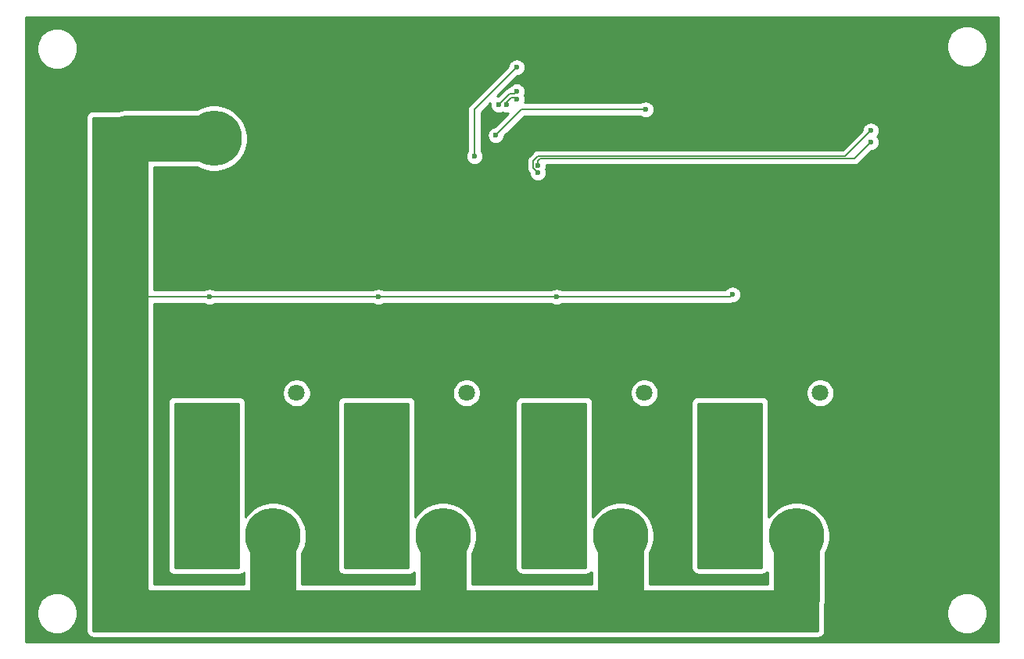
<source format=gbr>
G04 #@! TF.GenerationSoftware,KiCad,Pcbnew,5.1.9*
G04 #@! TF.CreationDate,2021-01-16T18:22:49+01:00*
G04 #@! TF.ProjectId,firework-ignition-system,66697265-776f-4726-9b2d-69676e697469,1*
G04 #@! TF.SameCoordinates,Original*
G04 #@! TF.FileFunction,Copper,L4,Bot*
G04 #@! TF.FilePolarity,Positive*
%FSLAX46Y46*%
G04 Gerber Fmt 4.6, Leading zero omitted, Abs format (unit mm)*
G04 Created by KiCad (PCBNEW 5.1.9) date 2021-01-16 18:22:49*
%MOMM*%
%LPD*%
G01*
G04 APERTURE LIST*
G04 #@! TA.AperFunction,ComponentPad*
%ADD10O,1.200000X1.900000*%
G04 #@! TD*
G04 #@! TA.AperFunction,ComponentPad*
%ADD11C,1.450000*%
G04 #@! TD*
G04 #@! TA.AperFunction,ComponentPad*
%ADD12C,6.000000*%
G04 #@! TD*
G04 #@! TA.AperFunction,ComponentPad*
%ADD13C,1.800000*%
G04 #@! TD*
G04 #@! TA.AperFunction,ComponentPad*
%ADD14R,1.800000X1.800000*%
G04 #@! TD*
G04 #@! TA.AperFunction,ViaPad*
%ADD15C,0.600000*%
G04 #@! TD*
G04 #@! TA.AperFunction,Conductor*
%ADD16C,0.200000*%
G04 #@! TD*
G04 #@! TA.AperFunction,Conductor*
%ADD17C,5.000000*%
G04 #@! TD*
G04 #@! TA.AperFunction,Conductor*
%ADD18C,0.152400*%
G04 #@! TD*
G04 #@! TA.AperFunction,Conductor*
%ADD19C,0.127000*%
G04 #@! TD*
G04 #@! TA.AperFunction,Conductor*
%ADD20C,0.254000*%
G04 #@! TD*
G04 APERTURE END LIST*
D10*
X64318000Y59911500D03*
X71318000Y59911500D03*
D11*
X65318000Y57211500D03*
X70318000Y57211500D03*
G04 #@! TA.AperFunction,ComponentPad*
G36*
G01*
X50912000Y3051600D02*
X50912000Y6051600D01*
G75*
G02*
X52412000Y7551600I1500000J0D01*
G01*
X55412000Y7551600D01*
G75*
G02*
X56912000Y6051600I0J-1500000D01*
G01*
X56912000Y3051600D01*
G75*
G02*
X55412000Y1551600I-1500000J0D01*
G01*
X52412000Y1551600D01*
G75*
G02*
X50912000Y3051600I0J1500000D01*
G01*
G37*
G04 #@! TD.AperFunction*
D12*
X61112000Y4551600D03*
G04 #@! TA.AperFunction,ComponentPad*
G36*
G01*
X70152000Y3072000D02*
X70152000Y6072000D01*
G75*
G02*
X71652000Y7572000I1500000J0D01*
G01*
X74652000Y7572000D01*
G75*
G02*
X76152000Y6072000I0J-1500000D01*
G01*
X76152000Y3072000D01*
G75*
G02*
X74652000Y1572000I-1500000J0D01*
G01*
X71652000Y1572000D01*
G75*
G02*
X70152000Y3072000I0J1500000D01*
G01*
G37*
G04 #@! TD.AperFunction*
X80352000Y4572000D03*
G04 #@! TA.AperFunction,ComponentPad*
G36*
G01*
X32498400Y3051600D02*
X32498400Y6051600D01*
G75*
G02*
X33998400Y7551600I1500000J0D01*
G01*
X36998400Y7551600D01*
G75*
G02*
X38498400Y6051600I0J-1500000D01*
G01*
X38498400Y3051600D01*
G75*
G02*
X36998400Y1551600I-1500000J0D01*
G01*
X33998400Y1551600D01*
G75*
G02*
X32498400Y3051600I0J1500000D01*
G01*
G37*
G04 #@! TD.AperFunction*
X42698400Y4551600D03*
G04 #@! TA.AperFunction,ComponentPad*
G36*
G01*
X89202000Y3072000D02*
X89202000Y6072000D01*
G75*
G02*
X90702000Y7572000I1500000J0D01*
G01*
X93702000Y7572000D01*
G75*
G02*
X95202000Y6072000I0J-1500000D01*
G01*
X95202000Y3072000D01*
G75*
G02*
X93702000Y1572000I-1500000J0D01*
G01*
X90702000Y1572000D01*
G75*
G02*
X89202000Y3072000I0J1500000D01*
G01*
G37*
G04 #@! TD.AperFunction*
X99402000Y4572000D03*
D13*
X63660000Y20047600D03*
D14*
X61120000Y20047600D03*
D13*
X82900000Y20068000D03*
D14*
X80360000Y20068000D03*
D13*
X45246400Y20047600D03*
D14*
X42706400Y20047600D03*
D13*
X101950000Y20068000D03*
D14*
X99410000Y20068000D03*
G04 #@! TA.AperFunction,ComponentPad*
G36*
G01*
X34822000Y57864000D02*
X37822000Y57864000D01*
G75*
G02*
X39322000Y56364000I0J-1500000D01*
G01*
X39322000Y53364000D01*
G75*
G02*
X37822000Y51864000I-1500000J0D01*
G01*
X34822000Y51864000D01*
G75*
G02*
X33322000Y53364000I0J1500000D01*
G01*
X33322000Y56364000D01*
G75*
G02*
X34822000Y57864000I1500000J0D01*
G01*
G37*
G04 #@! TD.AperFunction*
D12*
X36322000Y47664000D03*
D15*
X30988000Y24384000D03*
X50292000Y21336000D03*
X50292000Y22098000D03*
X50292000Y22860000D03*
X50292000Y23622000D03*
X51054000Y23622000D03*
X51816000Y23622000D03*
X49530000Y21336000D03*
X49530000Y22098000D03*
X49530000Y22860000D03*
X49530000Y23622000D03*
X49530000Y24384000D03*
X50292000Y24384000D03*
X51816000Y24384000D03*
X51054000Y24384000D03*
X31750000Y20574000D03*
X31750000Y24384000D03*
X32512000Y24384000D03*
X33274000Y24384000D03*
X31750000Y21336000D03*
X31750000Y22098000D03*
X31750000Y22860000D03*
X31750000Y23622000D03*
X32512000Y23622000D03*
X33274000Y23622000D03*
X69342000Y20828000D03*
X68580000Y20828000D03*
X68580000Y21590000D03*
X68580000Y22352000D03*
X68580000Y23114000D03*
X68580000Y23876000D03*
X68580000Y24638000D03*
X69342000Y24638000D03*
X70104000Y24638000D03*
X70866000Y24638000D03*
X69342000Y21590000D03*
X69342000Y22352000D03*
X69342000Y23114000D03*
X70104000Y23876000D03*
X70866000Y23876000D03*
X69342000Y23876000D03*
X88392000Y20574000D03*
X88392000Y21336000D03*
X88392000Y22098000D03*
X88392000Y22860000D03*
X88392000Y23622000D03*
X89154000Y23622000D03*
X89916000Y23622000D03*
X87630000Y20574000D03*
X87630000Y21336000D03*
X87630000Y22098000D03*
X87630000Y22860000D03*
X87630000Y23622000D03*
X87630000Y24384000D03*
X88392000Y24384000D03*
X89154000Y24384000D03*
X89916000Y24384000D03*
X30988000Y23622000D03*
X30988000Y22860000D03*
X30988000Y22098000D03*
X30988000Y21336000D03*
X30988000Y20574000D03*
X66821000Y48006000D03*
X83058000Y50800000D03*
X92456000Y30734000D03*
X35814000Y30480000D03*
X54102000Y30480000D03*
X73406000Y30480000D03*
X25110191Y44011001D03*
X25110191Y42557001D03*
X25110191Y41103001D03*
X25110191Y39649001D03*
X25110191Y38195001D03*
X25110191Y36741001D03*
X25110191Y35287001D03*
X25110191Y33833001D03*
X25110191Y32379001D03*
X25110191Y30925001D03*
X25110191Y29471001D03*
X25110191Y28017001D03*
X25110191Y26563001D03*
X25110191Y25109001D03*
X25110191Y23655001D03*
X25110191Y22201001D03*
X25110191Y20747001D03*
X25110191Y19293001D03*
X25110191Y17839001D03*
X25110191Y16385001D03*
X25110191Y14931001D03*
X25110191Y13477001D03*
X25110191Y12023001D03*
X25110191Y10569001D03*
X25110191Y9115001D03*
X25110191Y7661001D03*
X25110191Y6207001D03*
X25110191Y4753001D03*
X25110191Y3299001D03*
X25110191Y1845001D03*
X25110191Y391001D03*
X25110191Y-1062999D03*
X25110191Y-2516999D03*
X25110191Y-3970999D03*
X25837191Y43284001D03*
X25837191Y41830001D03*
X25837191Y40376001D03*
X25837191Y38922001D03*
X25837191Y37468001D03*
X25837191Y36014001D03*
X25837191Y34560001D03*
X25837191Y33106001D03*
X25837191Y31652001D03*
X25837191Y28744001D03*
X25837191Y27290001D03*
X25837191Y25836001D03*
X25837191Y24382001D03*
X25837191Y22928001D03*
X25837191Y21474001D03*
X25837191Y20020001D03*
X25837191Y18566001D03*
X25837191Y17112001D03*
X25837191Y15658001D03*
X25837191Y14204001D03*
X25837191Y12750001D03*
X25837191Y11296001D03*
X25837191Y9842001D03*
X25837191Y8388001D03*
X25837191Y6934001D03*
X25837191Y5480001D03*
X25837191Y4026001D03*
X25837191Y2572001D03*
X25837191Y1118001D03*
X25837191Y-335999D03*
X25837191Y-1789999D03*
X25837191Y-3243999D03*
X26564191Y44011001D03*
X26564191Y42557001D03*
X26564191Y41103001D03*
X26564191Y39649001D03*
X26564191Y38195001D03*
X26564191Y36741001D03*
X26564191Y35287001D03*
X26564191Y33833001D03*
X26564191Y32379001D03*
X26564191Y29471001D03*
X26564191Y28017001D03*
X26564191Y26563001D03*
X26564191Y25109001D03*
X26564191Y23655001D03*
X26564191Y22201001D03*
X26564191Y20747001D03*
X26564191Y19293001D03*
X26564191Y17839001D03*
X26564191Y16385001D03*
X26564191Y14931001D03*
X26564191Y13477001D03*
X26564191Y12023001D03*
X26564191Y10569001D03*
X26564191Y9115001D03*
X26564191Y7661001D03*
X26564191Y6207001D03*
X26564191Y4753001D03*
X26564191Y3299001D03*
X26564191Y1845001D03*
X26564191Y391001D03*
X26564191Y-1062999D03*
X26564191Y-2516999D03*
X26564191Y-3970999D03*
X27291191Y43284001D03*
X27291191Y41830001D03*
X27291191Y40376001D03*
X27291191Y38922001D03*
X27291191Y37468001D03*
X27291191Y36014001D03*
X27291191Y34560001D03*
X27291191Y33106001D03*
X27291191Y31652001D03*
X27291191Y28744001D03*
X27291191Y27290001D03*
X27291191Y25836001D03*
X27291191Y24382001D03*
X27291191Y22928001D03*
X27291191Y21474001D03*
X27291191Y20020001D03*
X27291191Y18566001D03*
X27291191Y17112001D03*
X27291191Y15658001D03*
X27291191Y14204001D03*
X27291191Y12750001D03*
X27291191Y11296001D03*
X27291191Y9842001D03*
X27291191Y8388001D03*
X27291191Y6934001D03*
X27291191Y5480001D03*
X27291191Y4026001D03*
X27291191Y2572001D03*
X27291191Y1118001D03*
X27291191Y-335999D03*
X27291191Y-1789999D03*
X27291191Y-3243999D03*
X28018191Y-2516999D03*
X28018191Y-3970999D03*
X28745191Y-3243999D03*
X29472191Y-3970999D03*
X30199191Y-3243999D03*
X30926191Y-3970999D03*
X31653191Y-3243999D03*
X32380191Y-3970999D03*
X33107191Y-3243999D03*
X33834191Y-3970999D03*
X34561191Y-3243999D03*
X35288191Y-3970999D03*
X36015191Y-3243999D03*
X36742191Y-3970999D03*
X37469191Y-3243999D03*
X38196191Y-3970999D03*
X38923191Y-3243999D03*
X46193191Y-3243999D03*
X46920191Y-3970999D03*
X47647191Y-3243999D03*
X48374191Y-3970999D03*
X49101191Y-3243999D03*
X49828191Y-3970999D03*
X50555191Y-3243999D03*
X51282191Y-3970999D03*
X52009191Y-3243999D03*
X52736191Y-3970999D03*
X53463191Y-3243999D03*
X54190191Y-3970999D03*
X54917191Y-3243999D03*
X55644191Y-3970999D03*
X56371191Y-3243999D03*
X57098191Y-3970999D03*
X65095191Y-3243999D03*
X65822191Y-3970999D03*
X66549191Y-3243999D03*
X67276191Y-3970999D03*
X68003191Y-3243999D03*
X68730191Y-3970999D03*
X69457191Y-3243999D03*
X70184191Y-3970999D03*
X70911191Y-3243999D03*
X71638191Y-3970999D03*
X72365191Y-3243999D03*
X73092191Y-3970999D03*
X73819191Y-3243999D03*
X74546191Y-3970999D03*
X75273191Y-3243999D03*
X76000191Y-3970999D03*
X76727191Y-3243999D03*
X83997191Y-3243999D03*
X84724191Y-3970999D03*
X85451191Y-3243999D03*
X86178191Y-3970999D03*
X86905191Y-3243999D03*
X87632191Y-3970999D03*
X88359191Y-3243999D03*
X89086191Y-3970999D03*
X89813191Y-3243999D03*
X90540191Y-3970999D03*
X91267191Y-3243999D03*
X91994191Y-3970999D03*
X92721191Y-3243999D03*
X93448191Y-3970999D03*
X94175191Y-3243999D03*
X94902191Y-3970999D03*
X95629191Y-3243999D03*
X33834191Y11296001D03*
X33834191Y9842001D03*
X33834191Y8388001D03*
X34561191Y10569001D03*
X34561191Y9115001D03*
X35288191Y11296001D03*
X35288191Y9842001D03*
X35288191Y8388001D03*
X36015191Y10569001D03*
X36015191Y9115001D03*
X36742191Y11296001D03*
X36742191Y9842001D03*
X36742191Y8388001D03*
X37469191Y10569001D03*
X37469191Y9115001D03*
X71638191Y11296001D03*
X71638191Y9842001D03*
X71638191Y8388001D03*
X72365191Y10569001D03*
X72365191Y9115001D03*
X73092191Y11296001D03*
X73092191Y9842001D03*
X73092191Y8388001D03*
X73819191Y10569001D03*
X73819191Y9115001D03*
X74546191Y11296001D03*
X74546191Y9842001D03*
X74546191Y8388001D03*
X75273191Y10569001D03*
X75273191Y9115001D03*
X52009191Y11296001D03*
X52009191Y9842001D03*
X52009191Y8388001D03*
X52736191Y10569001D03*
X52736191Y9115001D03*
X53463191Y11296001D03*
X53463191Y9842001D03*
X53463191Y8388001D03*
X54190191Y10569001D03*
X54190191Y9115001D03*
X54917191Y11296001D03*
X54917191Y9842001D03*
X54917191Y8388001D03*
X55644191Y10569001D03*
X55644191Y9115001D03*
X67137000Y51308000D03*
X69088000Y52751000D03*
X67991000Y51308000D03*
X69088000Y51897000D03*
X71374000Y43942000D03*
X107442000Y48514000D03*
X71374000Y44704000D03*
X107442000Y47244000D03*
X90540191Y11296001D03*
X90540191Y9842001D03*
X90540191Y8388001D03*
X91267191Y10569001D03*
X91267191Y9115001D03*
X91994191Y11296001D03*
X91994191Y9842001D03*
X91994191Y8388001D03*
X92721191Y10569001D03*
X92721191Y9115001D03*
X93448191Y11296001D03*
X93448191Y9842001D03*
X93448191Y8388001D03*
X94175191Y10569001D03*
X94175191Y9115001D03*
X64516000Y45720000D03*
X69088000Y55372000D03*
D16*
X69615000Y50800000D02*
X83058000Y50800000D01*
X66821000Y48006000D02*
X69615000Y50800000D01*
D17*
X61112000Y4551600D02*
X61112000Y-2388000D01*
X80352000Y4572000D02*
X80352000Y-2452000D01*
X99402000Y4572000D02*
X99402000Y-2198000D01*
X36322000Y47664000D02*
X26836000Y47664000D01*
D16*
X35814000Y30480000D02*
X54102000Y30480000D01*
X54102000Y30480000D02*
X73406000Y30480000D01*
X92202000Y30480000D02*
X92456000Y30734000D01*
X73406000Y30480000D02*
X92202000Y30480000D01*
X35814000Y30480000D02*
X28956000Y30480000D01*
D17*
X42698400Y4551600D02*
X42698400Y-2513600D01*
D18*
X68356200Y52527200D02*
X68864200Y52527200D01*
X68864200Y52527200D02*
X69088000Y52751000D01*
X67137000Y51308000D02*
X68356200Y52527200D01*
X68524537Y52120800D02*
X68864200Y52120800D01*
X67991000Y51587263D02*
X68524537Y52120800D01*
X67991000Y51308000D02*
X67991000Y51587263D01*
X68864200Y52120800D02*
X69088000Y51897000D01*
D19*
X70883499Y44432501D02*
X70883499Y45229499D01*
X71374000Y43942000D02*
X70883499Y44432501D01*
X70883499Y45229499D02*
X71374000Y45720000D01*
X104648000Y45720000D02*
X107442000Y48514000D01*
X71374000Y45720000D02*
X104648000Y45720000D01*
X71374000Y44704000D02*
X71374000Y45212000D01*
X71374000Y45212000D02*
X71628000Y45466000D01*
X71628000Y45466000D02*
X92456000Y45466000D01*
X105664000Y45466000D02*
X107442000Y47244000D01*
X92456000Y45466000D02*
X105664000Y45466000D01*
D16*
X64516000Y50800000D02*
X64516000Y45720000D01*
X69088000Y55372000D02*
X64516000Y50800000D01*
D20*
X95631000Y1143000D02*
X88773000Y1143000D01*
X88773000Y18923000D01*
X95631000Y18923000D01*
X95631000Y1143000D01*
G04 #@! TA.AperFunction,Conductor*
D18*
G36*
X95631000Y1143000D02*
G01*
X88773000Y1143000D01*
X88773000Y18923000D01*
X95631000Y18923000D01*
X95631000Y1143000D01*
G37*
G04 #@! TD.AperFunction*
D20*
X38927400Y1122600D02*
X32069400Y1122600D01*
X32069400Y18902600D01*
X38927400Y18902600D01*
X38927400Y1122600D01*
G04 #@! TA.AperFunction,Conductor*
D18*
G36*
X38927400Y1122600D02*
G01*
X32069400Y1122600D01*
X32069400Y18902600D01*
X38927400Y18902600D01*
X38927400Y1122600D01*
G37*
G04 #@! TD.AperFunction*
D20*
X76581000Y1143000D02*
X69723000Y1143000D01*
X69723000Y18923000D01*
X76581000Y18923000D01*
X76581000Y1143000D01*
G04 #@! TA.AperFunction,Conductor*
D18*
G36*
X76581000Y1143000D02*
G01*
X69723000Y1143000D01*
X69723000Y18923000D01*
X76581000Y18923000D01*
X76581000Y1143000D01*
G37*
G04 #@! TD.AperFunction*
D20*
X57341000Y1122600D02*
X50483000Y1122600D01*
X50483000Y18902600D01*
X57341000Y18902600D01*
X57341000Y1122600D01*
G04 #@! TA.AperFunction,Conductor*
D18*
G36*
X57341000Y1122600D02*
G01*
X50483000Y1122600D01*
X50483000Y18902600D01*
X57341000Y18902600D01*
X57341000Y1122600D01*
G37*
G04 #@! TD.AperFunction*
D20*
X29083000Y-1270000D02*
X29085440Y-1294776D01*
X29092667Y-1318601D01*
X29104403Y-1340557D01*
X29120197Y-1359803D01*
X29139443Y-1375597D01*
X29161399Y-1387333D01*
X29185224Y-1394560D01*
X29210000Y-1397000D01*
X101727000Y-1397000D01*
X101727000Y-5715000D01*
X23241000Y-5715000D01*
X23241000Y49911000D01*
X29083000Y49911000D01*
X29083000Y-1270000D01*
G04 #@! TA.AperFunction,Conductor*
D18*
G36*
X29083000Y-1270000D02*
G01*
X29085440Y-1294776D01*
X29092667Y-1318601D01*
X29104403Y-1340557D01*
X29120197Y-1359803D01*
X29139443Y-1375597D01*
X29161399Y-1387333D01*
X29185224Y-1394560D01*
X29210000Y-1397000D01*
X101727000Y-1397000D01*
X101727000Y-5715000D01*
X23241000Y-5715000D01*
X23241000Y49911000D01*
X29083000Y49911000D01*
X29083000Y-1270000D01*
G37*
G04 #@! TD.AperFunction*
D20*
X121265950Y-6965950D02*
X15894050Y-6965950D01*
X15894050Y-3589872D01*
X17069000Y-3589872D01*
X17069000Y-4030128D01*
X17154890Y-4461925D01*
X17323369Y-4868669D01*
X17567962Y-5234729D01*
X17879271Y-5546038D01*
X18245331Y-5790631D01*
X18652075Y-5959110D01*
X19083872Y-6045000D01*
X19524128Y-6045000D01*
X19955925Y-5959110D01*
X20362669Y-5790631D01*
X20728729Y-5546038D01*
X21040038Y-5234729D01*
X21284631Y-4868669D01*
X21453110Y-4461925D01*
X21539000Y-4030128D01*
X21539000Y-3589872D01*
X21453110Y-3158075D01*
X21284631Y-2751331D01*
X21040038Y-2385271D01*
X20728729Y-2073962D01*
X20362669Y-1829369D01*
X19955925Y-1660890D01*
X19524128Y-1575000D01*
X19083872Y-1575000D01*
X18652075Y-1660890D01*
X18245331Y-1829369D01*
X17879271Y-2073962D01*
X17567962Y-2385271D01*
X17323369Y-2751331D01*
X17154890Y-3158075D01*
X17069000Y-3589872D01*
X15894050Y-3589872D01*
X15894050Y50038000D01*
X22479000Y50038000D01*
X22479000Y-5842000D01*
X22491201Y-5965882D01*
X22527336Y-6085004D01*
X22586017Y-6194787D01*
X22664987Y-6291013D01*
X22761213Y-6369983D01*
X22870996Y-6428664D01*
X22990118Y-6464799D01*
X23114000Y-6477000D01*
X101854000Y-6477000D01*
X101977882Y-6464799D01*
X102097004Y-6428664D01*
X102206787Y-6369983D01*
X102303013Y-6291013D01*
X102381983Y-6194787D01*
X102440664Y-6085004D01*
X102476799Y-5965882D01*
X102489000Y-5842000D01*
X102489000Y-3589872D01*
X115621000Y-3589872D01*
X115621000Y-4030128D01*
X115706890Y-4461925D01*
X115875369Y-4868669D01*
X116119962Y-5234729D01*
X116431271Y-5546038D01*
X116797331Y-5790631D01*
X117204075Y-5959110D01*
X117635872Y-6045000D01*
X118076128Y-6045000D01*
X118507925Y-5959110D01*
X118914669Y-5790631D01*
X119280729Y-5546038D01*
X119592038Y-5234729D01*
X119836631Y-4868669D01*
X120005110Y-4461925D01*
X120091000Y-4030128D01*
X120091000Y-3589872D01*
X120005110Y-3158075D01*
X119836631Y-2751331D01*
X119592038Y-2385271D01*
X119280729Y-2073962D01*
X118914669Y-1829369D01*
X118507925Y-1660890D01*
X118076128Y-1575000D01*
X117635872Y-1575000D01*
X117204075Y-1660890D01*
X116797331Y-1829369D01*
X116431271Y-2073962D01*
X116119962Y-2385271D01*
X115875369Y-2751331D01*
X115706890Y-3158075D01*
X115621000Y-3589872D01*
X102489000Y-3589872D01*
X102489000Y-2821263D01*
X102491638Y-2812567D01*
X102537000Y-2352002D01*
X102537000Y2721032D01*
X102623295Y2850182D01*
X102897309Y3511710D01*
X103037000Y4213984D01*
X103037000Y4930016D01*
X102897309Y5632290D01*
X102623295Y6293818D01*
X102225489Y6889177D01*
X101719177Y7395489D01*
X101123818Y7793295D01*
X100462290Y8067309D01*
X99760016Y8207000D01*
X99043984Y8207000D01*
X98341710Y8067309D01*
X97680182Y7793295D01*
X97084823Y7395489D01*
X96578511Y6889177D01*
X96393000Y6611540D01*
X96393000Y19050000D01*
X96380799Y19173882D01*
X96344664Y19293004D01*
X96285983Y19402787D01*
X96207013Y19499013D01*
X96110787Y19577983D01*
X96001004Y19636664D01*
X95881882Y19672799D01*
X95758000Y19685000D01*
X88646000Y19685000D01*
X88522118Y19672799D01*
X88402996Y19636664D01*
X88293213Y19577983D01*
X88196987Y19499013D01*
X88118017Y19402787D01*
X88059336Y19293004D01*
X88023201Y19173882D01*
X88011000Y19050000D01*
X88011000Y1016000D01*
X88023201Y892118D01*
X88059336Y772996D01*
X88118017Y663213D01*
X88196987Y566987D01*
X88293213Y488017D01*
X88402996Y429336D01*
X88522118Y393201D01*
X88646000Y381000D01*
X95758000Y381000D01*
X95881882Y393201D01*
X96001004Y429336D01*
X96110787Y488017D01*
X96207013Y566987D01*
X96267001Y640083D01*
X96267001Y-635000D01*
X83487000Y-635000D01*
X83487000Y2721032D01*
X83573295Y2850182D01*
X83847309Y3511710D01*
X83987000Y4213984D01*
X83987000Y4930016D01*
X83847309Y5632290D01*
X83573295Y6293818D01*
X83175489Y6889177D01*
X82669177Y7395489D01*
X82073818Y7793295D01*
X81412290Y8067309D01*
X80710016Y8207000D01*
X79993984Y8207000D01*
X79291710Y8067309D01*
X78630182Y7793295D01*
X78034823Y7395489D01*
X77528511Y6889177D01*
X77343000Y6611540D01*
X77343000Y19050000D01*
X77330799Y19173882D01*
X77294664Y19293004D01*
X77235983Y19402787D01*
X77157013Y19499013D01*
X77060787Y19577983D01*
X76951004Y19636664D01*
X76831882Y19672799D01*
X76708000Y19685000D01*
X69596000Y19685000D01*
X69472118Y19672799D01*
X69352996Y19636664D01*
X69243213Y19577983D01*
X69146987Y19499013D01*
X69068017Y19402787D01*
X69009336Y19293004D01*
X68973201Y19173882D01*
X68961000Y19050000D01*
X68961000Y1016000D01*
X68973201Y892118D01*
X69009336Y772996D01*
X69068017Y663213D01*
X69146987Y566987D01*
X69243213Y488017D01*
X69352996Y429336D01*
X69472118Y393201D01*
X69596000Y381000D01*
X76708000Y381000D01*
X76831882Y393201D01*
X76951004Y429336D01*
X77060787Y488017D01*
X77157013Y566987D01*
X77217001Y640083D01*
X77217001Y-635000D01*
X64247000Y-635000D01*
X64247000Y2700632D01*
X64333295Y2829782D01*
X64607309Y3491310D01*
X64747000Y4193584D01*
X64747000Y4909616D01*
X64607309Y5611890D01*
X64333295Y6273418D01*
X63935489Y6868777D01*
X63429177Y7375089D01*
X62833818Y7772895D01*
X62172290Y8046909D01*
X61470016Y8186600D01*
X60753984Y8186600D01*
X60051710Y8046909D01*
X59390182Y7772895D01*
X58794823Y7375089D01*
X58288511Y6868777D01*
X58103000Y6591140D01*
X58103000Y19029600D01*
X58090799Y19153482D01*
X58054664Y19272604D01*
X57995983Y19382387D01*
X57917013Y19478613D01*
X57820787Y19557583D01*
X57711004Y19616264D01*
X57591882Y19652399D01*
X57468000Y19664600D01*
X50356000Y19664600D01*
X50232118Y19652399D01*
X50112996Y19616264D01*
X50003213Y19557583D01*
X49906987Y19478613D01*
X49828017Y19382387D01*
X49769336Y19272604D01*
X49733201Y19153482D01*
X49721000Y19029600D01*
X49721000Y995600D01*
X49733201Y871718D01*
X49769336Y752596D01*
X49828017Y642813D01*
X49906987Y546587D01*
X50003213Y467617D01*
X50112996Y408936D01*
X50232118Y372801D01*
X50356000Y360600D01*
X57468000Y360600D01*
X57591882Y372801D01*
X57711004Y408936D01*
X57820787Y467617D01*
X57917013Y546587D01*
X57977001Y619683D01*
X57977001Y-635000D01*
X45833400Y-635000D01*
X45833400Y2700632D01*
X45919695Y2829782D01*
X46193709Y3491310D01*
X46333400Y4193584D01*
X46333400Y4909616D01*
X46193709Y5611890D01*
X45919695Y6273418D01*
X45521889Y6868777D01*
X45015577Y7375089D01*
X44420218Y7772895D01*
X43758690Y8046909D01*
X43056416Y8186600D01*
X42340384Y8186600D01*
X41638110Y8046909D01*
X40976582Y7772895D01*
X40381223Y7375089D01*
X39874911Y6868777D01*
X39689400Y6591140D01*
X39689400Y19029600D01*
X39677199Y19153482D01*
X39641064Y19272604D01*
X39582383Y19382387D01*
X39503413Y19478613D01*
X39407187Y19557583D01*
X39297404Y19616264D01*
X39178282Y19652399D01*
X39054400Y19664600D01*
X31942400Y19664600D01*
X31818518Y19652399D01*
X31699396Y19616264D01*
X31589613Y19557583D01*
X31493387Y19478613D01*
X31414417Y19382387D01*
X31355736Y19272604D01*
X31319601Y19153482D01*
X31307400Y19029600D01*
X31307400Y995600D01*
X31319601Y871718D01*
X31355736Y752596D01*
X31414417Y642813D01*
X31493387Y546587D01*
X31589613Y467617D01*
X31699396Y408936D01*
X31818518Y372801D01*
X31942400Y360600D01*
X39054400Y360600D01*
X39178282Y372801D01*
X39297404Y408936D01*
X39407187Y467617D01*
X39503413Y546587D01*
X39563401Y619683D01*
X39563401Y-635000D01*
X29845000Y-635000D01*
X29845000Y20198784D01*
X43711400Y20198784D01*
X43711400Y19896416D01*
X43770389Y19599857D01*
X43886101Y19320505D01*
X44054088Y19069095D01*
X44267895Y18855288D01*
X44519305Y18687301D01*
X44798657Y18571589D01*
X45095216Y18512600D01*
X45397584Y18512600D01*
X45694143Y18571589D01*
X45973495Y18687301D01*
X46224905Y18855288D01*
X46438712Y19069095D01*
X46606699Y19320505D01*
X46722411Y19599857D01*
X46781400Y19896416D01*
X46781400Y20198784D01*
X62125000Y20198784D01*
X62125000Y19896416D01*
X62183989Y19599857D01*
X62299701Y19320505D01*
X62467688Y19069095D01*
X62681495Y18855288D01*
X62932905Y18687301D01*
X63212257Y18571589D01*
X63508816Y18512600D01*
X63811184Y18512600D01*
X64107743Y18571589D01*
X64387095Y18687301D01*
X64638505Y18855288D01*
X64852312Y19069095D01*
X65020299Y19320505D01*
X65136011Y19599857D01*
X65195000Y19896416D01*
X65195000Y20198784D01*
X65190943Y20219184D01*
X81365000Y20219184D01*
X81365000Y19916816D01*
X81423989Y19620257D01*
X81539701Y19340905D01*
X81707688Y19089495D01*
X81921495Y18875688D01*
X82172905Y18707701D01*
X82452257Y18591989D01*
X82748816Y18533000D01*
X83051184Y18533000D01*
X83347743Y18591989D01*
X83627095Y18707701D01*
X83878505Y18875688D01*
X84092312Y19089495D01*
X84260299Y19340905D01*
X84376011Y19620257D01*
X84435000Y19916816D01*
X84435000Y20219184D01*
X100415000Y20219184D01*
X100415000Y19916816D01*
X100473989Y19620257D01*
X100589701Y19340905D01*
X100757688Y19089495D01*
X100971495Y18875688D01*
X101222905Y18707701D01*
X101502257Y18591989D01*
X101798816Y18533000D01*
X102101184Y18533000D01*
X102397743Y18591989D01*
X102677095Y18707701D01*
X102928505Y18875688D01*
X103142312Y19089495D01*
X103310299Y19340905D01*
X103426011Y19620257D01*
X103485000Y19916816D01*
X103485000Y20219184D01*
X103426011Y20515743D01*
X103310299Y20795095D01*
X103142312Y21046505D01*
X102928505Y21260312D01*
X102677095Y21428299D01*
X102397743Y21544011D01*
X102101184Y21603000D01*
X101798816Y21603000D01*
X101502257Y21544011D01*
X101222905Y21428299D01*
X100971495Y21260312D01*
X100757688Y21046505D01*
X100589701Y20795095D01*
X100473989Y20515743D01*
X100415000Y20219184D01*
X84435000Y20219184D01*
X84376011Y20515743D01*
X84260299Y20795095D01*
X84092312Y21046505D01*
X83878505Y21260312D01*
X83627095Y21428299D01*
X83347743Y21544011D01*
X83051184Y21603000D01*
X82748816Y21603000D01*
X82452257Y21544011D01*
X82172905Y21428299D01*
X81921495Y21260312D01*
X81707688Y21046505D01*
X81539701Y20795095D01*
X81423989Y20515743D01*
X81365000Y20219184D01*
X65190943Y20219184D01*
X65136011Y20495343D01*
X65020299Y20774695D01*
X64852312Y21026105D01*
X64638505Y21239912D01*
X64387095Y21407899D01*
X64107743Y21523611D01*
X63811184Y21582600D01*
X63508816Y21582600D01*
X63212257Y21523611D01*
X62932905Y21407899D01*
X62681495Y21239912D01*
X62467688Y21026105D01*
X62299701Y20774695D01*
X62183989Y20495343D01*
X62125000Y20198784D01*
X46781400Y20198784D01*
X46722411Y20495343D01*
X46606699Y20774695D01*
X46438712Y21026105D01*
X46224905Y21239912D01*
X45973495Y21407899D01*
X45694143Y21523611D01*
X45397584Y21582600D01*
X45095216Y21582600D01*
X44798657Y21523611D01*
X44519305Y21407899D01*
X44267895Y21239912D01*
X44054088Y21026105D01*
X43886101Y20774695D01*
X43770389Y20495343D01*
X43711400Y20198784D01*
X29845000Y20198784D01*
X29845000Y29745000D01*
X35231049Y29745000D01*
X35371111Y29651414D01*
X35541271Y29580932D01*
X35721911Y29545000D01*
X35906089Y29545000D01*
X36086729Y29580932D01*
X36256889Y29651414D01*
X36396951Y29745000D01*
X53519049Y29745000D01*
X53659111Y29651414D01*
X53829271Y29580932D01*
X54009911Y29545000D01*
X54194089Y29545000D01*
X54374729Y29580932D01*
X54544889Y29651414D01*
X54684951Y29745000D01*
X72823049Y29745000D01*
X72963111Y29651414D01*
X73133271Y29580932D01*
X73313911Y29545000D01*
X73498089Y29545000D01*
X73678729Y29580932D01*
X73848889Y29651414D01*
X73988951Y29745000D01*
X92165895Y29745000D01*
X92202000Y29741444D01*
X92238105Y29745000D01*
X92346085Y29755635D01*
X92484633Y29797663D01*
X92487134Y29799000D01*
X92548089Y29799000D01*
X92728729Y29834932D01*
X92898889Y29905414D01*
X93052028Y30007738D01*
X93182262Y30137972D01*
X93284586Y30291111D01*
X93355068Y30461271D01*
X93391000Y30641911D01*
X93391000Y30826089D01*
X93355068Y31006729D01*
X93284586Y31176889D01*
X93182262Y31330028D01*
X93052028Y31460262D01*
X92898889Y31562586D01*
X92728729Y31633068D01*
X92548089Y31669000D01*
X92363911Y31669000D01*
X92183271Y31633068D01*
X92013111Y31562586D01*
X91859972Y31460262D01*
X91729738Y31330028D01*
X91652879Y31215000D01*
X73988951Y31215000D01*
X73848889Y31308586D01*
X73678729Y31379068D01*
X73498089Y31415000D01*
X73313911Y31415000D01*
X73133271Y31379068D01*
X72963111Y31308586D01*
X72823049Y31215000D01*
X54684951Y31215000D01*
X54544889Y31308586D01*
X54374729Y31379068D01*
X54194089Y31415000D01*
X54009911Y31415000D01*
X53829271Y31379068D01*
X53659111Y31308586D01*
X53519049Y31215000D01*
X36396951Y31215000D01*
X36256889Y31308586D01*
X36086729Y31379068D01*
X35906089Y31415000D01*
X35721911Y31415000D01*
X35541271Y31379068D01*
X35371111Y31308586D01*
X35231049Y31215000D01*
X29845000Y31215000D01*
X29845000Y44529000D01*
X34471032Y44529000D01*
X34600182Y44442705D01*
X35261710Y44168691D01*
X35963984Y44029000D01*
X36680016Y44029000D01*
X37382290Y44168691D01*
X38043818Y44442705D01*
X38639177Y44840511D01*
X39145489Y45346823D01*
X39456369Y45812089D01*
X63581000Y45812089D01*
X63581000Y45627911D01*
X63616932Y45447271D01*
X63687414Y45277111D01*
X63789738Y45123972D01*
X63919972Y44993738D01*
X64073111Y44891414D01*
X64243271Y44820932D01*
X64423911Y44785000D01*
X64608089Y44785000D01*
X64788729Y44820932D01*
X64958889Y44891414D01*
X65112028Y44993738D01*
X65242262Y45123972D01*
X65312772Y45229499D01*
X70181621Y45229499D01*
X70184999Y45195201D01*
X70184999Y44466799D01*
X70181621Y44432501D01*
X70184999Y44398203D01*
X70184999Y44398193D01*
X70195106Y44295572D01*
X70235047Y44163905D01*
X70235048Y44163903D01*
X70299908Y44042558D01*
X70365325Y43962848D01*
X70365328Y43962845D01*
X70387196Y43936199D01*
X70413842Y43914331D01*
X70439000Y43889173D01*
X70439000Y43849911D01*
X70474932Y43669271D01*
X70545414Y43499111D01*
X70647738Y43345972D01*
X70777972Y43215738D01*
X70931111Y43113414D01*
X71101271Y43042932D01*
X71281911Y43007000D01*
X71466089Y43007000D01*
X71646729Y43042932D01*
X71816889Y43113414D01*
X71970028Y43215738D01*
X72100262Y43345972D01*
X72202586Y43499111D01*
X72273068Y43669271D01*
X72309000Y43849911D01*
X72309000Y44034089D01*
X72273068Y44214729D01*
X72228221Y44323000D01*
X72273068Y44431271D01*
X72309000Y44611911D01*
X72309000Y44767500D01*
X105629702Y44767500D01*
X105664000Y44764122D01*
X105698298Y44767500D01*
X105698309Y44767500D01*
X105800930Y44777607D01*
X105932597Y44817548D01*
X106053943Y44882409D01*
X106160303Y44969697D01*
X106182175Y44996348D01*
X107494828Y46309000D01*
X107534089Y46309000D01*
X107714729Y46344932D01*
X107884889Y46415414D01*
X108038028Y46517738D01*
X108168262Y46647972D01*
X108270586Y46801111D01*
X108341068Y46971271D01*
X108377000Y47151911D01*
X108377000Y47336089D01*
X108341068Y47516729D01*
X108270586Y47686889D01*
X108168262Y47840028D01*
X108129290Y47879000D01*
X108168262Y47917972D01*
X108270586Y48071111D01*
X108341068Y48241271D01*
X108377000Y48421911D01*
X108377000Y48606089D01*
X108341068Y48786729D01*
X108270586Y48956889D01*
X108168262Y49110028D01*
X108038028Y49240262D01*
X107884889Y49342586D01*
X107714729Y49413068D01*
X107534089Y49449000D01*
X107349911Y49449000D01*
X107169271Y49413068D01*
X106999111Y49342586D01*
X106845972Y49240262D01*
X106715738Y49110028D01*
X106613414Y48956889D01*
X106542932Y48786729D01*
X106507000Y48606089D01*
X106507000Y48566828D01*
X104358673Y46418500D01*
X71408297Y46418500D01*
X71373999Y46421878D01*
X71339701Y46418500D01*
X71339691Y46418500D01*
X71237070Y46408393D01*
X71105403Y46368452D01*
X71105401Y46368451D01*
X70984056Y46303591D01*
X70904345Y46238174D01*
X70904337Y46238166D01*
X70877697Y46216303D01*
X70855833Y46189662D01*
X70413842Y45747669D01*
X70387197Y45725802D01*
X70365329Y45699156D01*
X70365325Y45699152D01*
X70299908Y45619442D01*
X70235048Y45498097D01*
X70227507Y45473237D01*
X70195106Y45366429D01*
X70184999Y45263808D01*
X70184999Y45263797D01*
X70181621Y45229499D01*
X65312772Y45229499D01*
X65344586Y45277111D01*
X65415068Y45447271D01*
X65451000Y45627911D01*
X65451000Y45812089D01*
X65415068Y45992729D01*
X65344586Y46162889D01*
X65251000Y46302951D01*
X65251000Y50495554D01*
X66213538Y51458091D01*
X66202000Y51400089D01*
X66202000Y51215911D01*
X66237932Y51035271D01*
X66308414Y50865111D01*
X66410738Y50711972D01*
X66540972Y50581738D01*
X66694111Y50479414D01*
X66864271Y50408932D01*
X67044911Y50373000D01*
X67229089Y50373000D01*
X67409729Y50408932D01*
X67564000Y50472833D01*
X67718271Y50408932D01*
X67898911Y50373000D01*
X68083089Y50373000D01*
X68164809Y50389255D01*
X66713485Y48937932D01*
X66548271Y48905068D01*
X66378111Y48834586D01*
X66224972Y48732262D01*
X66094738Y48602028D01*
X65992414Y48448889D01*
X65921932Y48278729D01*
X65886000Y48098089D01*
X65886000Y47913911D01*
X65921932Y47733271D01*
X65992414Y47563111D01*
X66094738Y47409972D01*
X66224972Y47279738D01*
X66378111Y47177414D01*
X66548271Y47106932D01*
X66728911Y47071000D01*
X66913089Y47071000D01*
X67093729Y47106932D01*
X67263889Y47177414D01*
X67417028Y47279738D01*
X67547262Y47409972D01*
X67649586Y47563111D01*
X67720068Y47733271D01*
X67752932Y47898485D01*
X69919447Y50065000D01*
X82475049Y50065000D01*
X82615111Y49971414D01*
X82785271Y49900932D01*
X82965911Y49865000D01*
X83150089Y49865000D01*
X83330729Y49900932D01*
X83500889Y49971414D01*
X83654028Y50073738D01*
X83784262Y50203972D01*
X83886586Y50357111D01*
X83957068Y50527271D01*
X83993000Y50707911D01*
X83993000Y50892089D01*
X83957068Y51072729D01*
X83886586Y51242889D01*
X83784262Y51396028D01*
X83654028Y51526262D01*
X83500889Y51628586D01*
X83330729Y51699068D01*
X83150089Y51735000D01*
X82965911Y51735000D01*
X82785271Y51699068D01*
X82615111Y51628586D01*
X82475049Y51535000D01*
X69950091Y51535000D01*
X69987068Y51624271D01*
X70023000Y51804911D01*
X70023000Y51989089D01*
X69987068Y52169729D01*
X69923167Y52324000D01*
X69987068Y52478271D01*
X70023000Y52658911D01*
X70023000Y52843089D01*
X69987068Y53023729D01*
X69916586Y53193889D01*
X69814262Y53347028D01*
X69684028Y53477262D01*
X69530889Y53579586D01*
X69360729Y53650068D01*
X69180089Y53686000D01*
X68995911Y53686000D01*
X68815271Y53650068D01*
X68645111Y53579586D01*
X68491972Y53477262D01*
X68361738Y53347028D01*
X68286893Y53235015D01*
X68216780Y53228109D01*
X68082719Y53187442D01*
X67959167Y53121402D01*
X67850873Y53032527D01*
X67828603Y53005391D01*
X67066213Y52243000D01*
X67044911Y52243000D01*
X66986909Y52231463D01*
X69195515Y54440069D01*
X69360729Y54472932D01*
X69530889Y54543414D01*
X69684028Y54645738D01*
X69814262Y54775972D01*
X69916586Y54929111D01*
X69987068Y55099271D01*
X70023000Y55279911D01*
X70023000Y55464089D01*
X69987068Y55644729D01*
X69916586Y55814889D01*
X69814262Y55968028D01*
X69684028Y56098262D01*
X69530889Y56200586D01*
X69360729Y56271068D01*
X69180089Y56307000D01*
X68995911Y56307000D01*
X68815271Y56271068D01*
X68645111Y56200586D01*
X68491972Y56098262D01*
X68361738Y55968028D01*
X68259414Y55814889D01*
X68188932Y55644729D01*
X68156069Y55479515D01*
X64021808Y51345254D01*
X63993762Y51322237D01*
X63901913Y51210319D01*
X63833663Y51082632D01*
X63819068Y51034519D01*
X63791635Y50944085D01*
X63777444Y50800000D01*
X63781000Y50763895D01*
X63781001Y46302952D01*
X63687414Y46162889D01*
X63616932Y45992729D01*
X63581000Y45812089D01*
X39456369Y45812089D01*
X39543295Y45942182D01*
X39817309Y46603710D01*
X39957000Y47305984D01*
X39957000Y48022016D01*
X39817309Y48724290D01*
X39543295Y49385818D01*
X39145489Y49981177D01*
X38639177Y50487489D01*
X38043818Y50885295D01*
X37382290Y51159309D01*
X36680016Y51299000D01*
X35963984Y51299000D01*
X35261710Y51159309D01*
X34600182Y50885295D01*
X34471032Y50799000D01*
X26681998Y50799000D01*
X26221433Y50753638D01*
X25955604Y50673000D01*
X23114000Y50673000D01*
X22990118Y50660799D01*
X22870996Y50624664D01*
X22761213Y50565983D01*
X22664987Y50487013D01*
X22586017Y50390787D01*
X22527336Y50281004D01*
X22491201Y50161882D01*
X22479000Y50038000D01*
X15894050Y50038000D01*
X15894050Y57624128D01*
X17069000Y57624128D01*
X17069000Y57183872D01*
X17154890Y56752075D01*
X17323369Y56345331D01*
X17567962Y55979271D01*
X17879271Y55667962D01*
X18245331Y55423369D01*
X18652075Y55254890D01*
X19083872Y55169000D01*
X19524128Y55169000D01*
X19955925Y55254890D01*
X20362669Y55423369D01*
X20728729Y55667962D01*
X21040038Y55979271D01*
X21284631Y56345331D01*
X21453110Y56752075D01*
X21539000Y57183872D01*
X21539000Y57624128D01*
X21488477Y57878128D01*
X115621000Y57878128D01*
X115621000Y57437872D01*
X115706890Y57006075D01*
X115875369Y56599331D01*
X116119962Y56233271D01*
X116431271Y55921962D01*
X116797331Y55677369D01*
X117204075Y55508890D01*
X117635872Y55423000D01*
X118076128Y55423000D01*
X118507925Y55508890D01*
X118914669Y55677369D01*
X119280729Y55921962D01*
X119592038Y56233271D01*
X119836631Y56599331D01*
X120005110Y57006075D01*
X120091000Y57437872D01*
X120091000Y57878128D01*
X120005110Y58309925D01*
X119836631Y58716669D01*
X119592038Y59082729D01*
X119280729Y59394038D01*
X118914669Y59638631D01*
X118507925Y59807110D01*
X118076128Y59893000D01*
X117635872Y59893000D01*
X117204075Y59807110D01*
X116797331Y59638631D01*
X116431271Y59394038D01*
X116119962Y59082729D01*
X115875369Y58716669D01*
X115706890Y58309925D01*
X115621000Y57878128D01*
X21488477Y57878128D01*
X21453110Y58055925D01*
X21284631Y58462669D01*
X21040038Y58828729D01*
X20728729Y59140038D01*
X20362669Y59384631D01*
X19955925Y59553110D01*
X19524128Y59639000D01*
X19083872Y59639000D01*
X18652075Y59553110D01*
X18245331Y59384631D01*
X17879271Y59140038D01*
X17567962Y58828729D01*
X17323369Y58462669D01*
X17154890Y58055925D01*
X17069000Y57624128D01*
X15894050Y57624128D01*
X15894050Y60813950D01*
X121265951Y60813950D01*
X121265950Y-6965950D01*
G04 #@! TA.AperFunction,Conductor*
D18*
G36*
X121265950Y-6965950D02*
G01*
X15894050Y-6965950D01*
X15894050Y-3589872D01*
X17069000Y-3589872D01*
X17069000Y-4030128D01*
X17154890Y-4461925D01*
X17323369Y-4868669D01*
X17567962Y-5234729D01*
X17879271Y-5546038D01*
X18245331Y-5790631D01*
X18652075Y-5959110D01*
X19083872Y-6045000D01*
X19524128Y-6045000D01*
X19955925Y-5959110D01*
X20362669Y-5790631D01*
X20728729Y-5546038D01*
X21040038Y-5234729D01*
X21284631Y-4868669D01*
X21453110Y-4461925D01*
X21539000Y-4030128D01*
X21539000Y-3589872D01*
X21453110Y-3158075D01*
X21284631Y-2751331D01*
X21040038Y-2385271D01*
X20728729Y-2073962D01*
X20362669Y-1829369D01*
X19955925Y-1660890D01*
X19524128Y-1575000D01*
X19083872Y-1575000D01*
X18652075Y-1660890D01*
X18245331Y-1829369D01*
X17879271Y-2073962D01*
X17567962Y-2385271D01*
X17323369Y-2751331D01*
X17154890Y-3158075D01*
X17069000Y-3589872D01*
X15894050Y-3589872D01*
X15894050Y50038000D01*
X22479000Y50038000D01*
X22479000Y-5842000D01*
X22491201Y-5965882D01*
X22527336Y-6085004D01*
X22586017Y-6194787D01*
X22664987Y-6291013D01*
X22761213Y-6369983D01*
X22870996Y-6428664D01*
X22990118Y-6464799D01*
X23114000Y-6477000D01*
X101854000Y-6477000D01*
X101977882Y-6464799D01*
X102097004Y-6428664D01*
X102206787Y-6369983D01*
X102303013Y-6291013D01*
X102381983Y-6194787D01*
X102440664Y-6085004D01*
X102476799Y-5965882D01*
X102489000Y-5842000D01*
X102489000Y-3589872D01*
X115621000Y-3589872D01*
X115621000Y-4030128D01*
X115706890Y-4461925D01*
X115875369Y-4868669D01*
X116119962Y-5234729D01*
X116431271Y-5546038D01*
X116797331Y-5790631D01*
X117204075Y-5959110D01*
X117635872Y-6045000D01*
X118076128Y-6045000D01*
X118507925Y-5959110D01*
X118914669Y-5790631D01*
X119280729Y-5546038D01*
X119592038Y-5234729D01*
X119836631Y-4868669D01*
X120005110Y-4461925D01*
X120091000Y-4030128D01*
X120091000Y-3589872D01*
X120005110Y-3158075D01*
X119836631Y-2751331D01*
X119592038Y-2385271D01*
X119280729Y-2073962D01*
X118914669Y-1829369D01*
X118507925Y-1660890D01*
X118076128Y-1575000D01*
X117635872Y-1575000D01*
X117204075Y-1660890D01*
X116797331Y-1829369D01*
X116431271Y-2073962D01*
X116119962Y-2385271D01*
X115875369Y-2751331D01*
X115706890Y-3158075D01*
X115621000Y-3589872D01*
X102489000Y-3589872D01*
X102489000Y-2821263D01*
X102491638Y-2812567D01*
X102537000Y-2352002D01*
X102537000Y2721032D01*
X102623295Y2850182D01*
X102897309Y3511710D01*
X103037000Y4213984D01*
X103037000Y4930016D01*
X102897309Y5632290D01*
X102623295Y6293818D01*
X102225489Y6889177D01*
X101719177Y7395489D01*
X101123818Y7793295D01*
X100462290Y8067309D01*
X99760016Y8207000D01*
X99043984Y8207000D01*
X98341710Y8067309D01*
X97680182Y7793295D01*
X97084823Y7395489D01*
X96578511Y6889177D01*
X96393000Y6611540D01*
X96393000Y19050000D01*
X96380799Y19173882D01*
X96344664Y19293004D01*
X96285983Y19402787D01*
X96207013Y19499013D01*
X96110787Y19577983D01*
X96001004Y19636664D01*
X95881882Y19672799D01*
X95758000Y19685000D01*
X88646000Y19685000D01*
X88522118Y19672799D01*
X88402996Y19636664D01*
X88293213Y19577983D01*
X88196987Y19499013D01*
X88118017Y19402787D01*
X88059336Y19293004D01*
X88023201Y19173882D01*
X88011000Y19050000D01*
X88011000Y1016000D01*
X88023201Y892118D01*
X88059336Y772996D01*
X88118017Y663213D01*
X88196987Y566987D01*
X88293213Y488017D01*
X88402996Y429336D01*
X88522118Y393201D01*
X88646000Y381000D01*
X95758000Y381000D01*
X95881882Y393201D01*
X96001004Y429336D01*
X96110787Y488017D01*
X96207013Y566987D01*
X96267001Y640083D01*
X96267001Y-635000D01*
X83487000Y-635000D01*
X83487000Y2721032D01*
X83573295Y2850182D01*
X83847309Y3511710D01*
X83987000Y4213984D01*
X83987000Y4930016D01*
X83847309Y5632290D01*
X83573295Y6293818D01*
X83175489Y6889177D01*
X82669177Y7395489D01*
X82073818Y7793295D01*
X81412290Y8067309D01*
X80710016Y8207000D01*
X79993984Y8207000D01*
X79291710Y8067309D01*
X78630182Y7793295D01*
X78034823Y7395489D01*
X77528511Y6889177D01*
X77343000Y6611540D01*
X77343000Y19050000D01*
X77330799Y19173882D01*
X77294664Y19293004D01*
X77235983Y19402787D01*
X77157013Y19499013D01*
X77060787Y19577983D01*
X76951004Y19636664D01*
X76831882Y19672799D01*
X76708000Y19685000D01*
X69596000Y19685000D01*
X69472118Y19672799D01*
X69352996Y19636664D01*
X69243213Y19577983D01*
X69146987Y19499013D01*
X69068017Y19402787D01*
X69009336Y19293004D01*
X68973201Y19173882D01*
X68961000Y19050000D01*
X68961000Y1016000D01*
X68973201Y892118D01*
X69009336Y772996D01*
X69068017Y663213D01*
X69146987Y566987D01*
X69243213Y488017D01*
X69352996Y429336D01*
X69472118Y393201D01*
X69596000Y381000D01*
X76708000Y381000D01*
X76831882Y393201D01*
X76951004Y429336D01*
X77060787Y488017D01*
X77157013Y566987D01*
X77217001Y640083D01*
X77217001Y-635000D01*
X64247000Y-635000D01*
X64247000Y2700632D01*
X64333295Y2829782D01*
X64607309Y3491310D01*
X64747000Y4193584D01*
X64747000Y4909616D01*
X64607309Y5611890D01*
X64333295Y6273418D01*
X63935489Y6868777D01*
X63429177Y7375089D01*
X62833818Y7772895D01*
X62172290Y8046909D01*
X61470016Y8186600D01*
X60753984Y8186600D01*
X60051710Y8046909D01*
X59390182Y7772895D01*
X58794823Y7375089D01*
X58288511Y6868777D01*
X58103000Y6591140D01*
X58103000Y19029600D01*
X58090799Y19153482D01*
X58054664Y19272604D01*
X57995983Y19382387D01*
X57917013Y19478613D01*
X57820787Y19557583D01*
X57711004Y19616264D01*
X57591882Y19652399D01*
X57468000Y19664600D01*
X50356000Y19664600D01*
X50232118Y19652399D01*
X50112996Y19616264D01*
X50003213Y19557583D01*
X49906987Y19478613D01*
X49828017Y19382387D01*
X49769336Y19272604D01*
X49733201Y19153482D01*
X49721000Y19029600D01*
X49721000Y995600D01*
X49733201Y871718D01*
X49769336Y752596D01*
X49828017Y642813D01*
X49906987Y546587D01*
X50003213Y467617D01*
X50112996Y408936D01*
X50232118Y372801D01*
X50356000Y360600D01*
X57468000Y360600D01*
X57591882Y372801D01*
X57711004Y408936D01*
X57820787Y467617D01*
X57917013Y546587D01*
X57977001Y619683D01*
X57977001Y-635000D01*
X45833400Y-635000D01*
X45833400Y2700632D01*
X45919695Y2829782D01*
X46193709Y3491310D01*
X46333400Y4193584D01*
X46333400Y4909616D01*
X46193709Y5611890D01*
X45919695Y6273418D01*
X45521889Y6868777D01*
X45015577Y7375089D01*
X44420218Y7772895D01*
X43758690Y8046909D01*
X43056416Y8186600D01*
X42340384Y8186600D01*
X41638110Y8046909D01*
X40976582Y7772895D01*
X40381223Y7375089D01*
X39874911Y6868777D01*
X39689400Y6591140D01*
X39689400Y19029600D01*
X39677199Y19153482D01*
X39641064Y19272604D01*
X39582383Y19382387D01*
X39503413Y19478613D01*
X39407187Y19557583D01*
X39297404Y19616264D01*
X39178282Y19652399D01*
X39054400Y19664600D01*
X31942400Y19664600D01*
X31818518Y19652399D01*
X31699396Y19616264D01*
X31589613Y19557583D01*
X31493387Y19478613D01*
X31414417Y19382387D01*
X31355736Y19272604D01*
X31319601Y19153482D01*
X31307400Y19029600D01*
X31307400Y995600D01*
X31319601Y871718D01*
X31355736Y752596D01*
X31414417Y642813D01*
X31493387Y546587D01*
X31589613Y467617D01*
X31699396Y408936D01*
X31818518Y372801D01*
X31942400Y360600D01*
X39054400Y360600D01*
X39178282Y372801D01*
X39297404Y408936D01*
X39407187Y467617D01*
X39503413Y546587D01*
X39563401Y619683D01*
X39563401Y-635000D01*
X29845000Y-635000D01*
X29845000Y20198784D01*
X43711400Y20198784D01*
X43711400Y19896416D01*
X43770389Y19599857D01*
X43886101Y19320505D01*
X44054088Y19069095D01*
X44267895Y18855288D01*
X44519305Y18687301D01*
X44798657Y18571589D01*
X45095216Y18512600D01*
X45397584Y18512600D01*
X45694143Y18571589D01*
X45973495Y18687301D01*
X46224905Y18855288D01*
X46438712Y19069095D01*
X46606699Y19320505D01*
X46722411Y19599857D01*
X46781400Y19896416D01*
X46781400Y20198784D01*
X62125000Y20198784D01*
X62125000Y19896416D01*
X62183989Y19599857D01*
X62299701Y19320505D01*
X62467688Y19069095D01*
X62681495Y18855288D01*
X62932905Y18687301D01*
X63212257Y18571589D01*
X63508816Y18512600D01*
X63811184Y18512600D01*
X64107743Y18571589D01*
X64387095Y18687301D01*
X64638505Y18855288D01*
X64852312Y19069095D01*
X65020299Y19320505D01*
X65136011Y19599857D01*
X65195000Y19896416D01*
X65195000Y20198784D01*
X65190943Y20219184D01*
X81365000Y20219184D01*
X81365000Y19916816D01*
X81423989Y19620257D01*
X81539701Y19340905D01*
X81707688Y19089495D01*
X81921495Y18875688D01*
X82172905Y18707701D01*
X82452257Y18591989D01*
X82748816Y18533000D01*
X83051184Y18533000D01*
X83347743Y18591989D01*
X83627095Y18707701D01*
X83878505Y18875688D01*
X84092312Y19089495D01*
X84260299Y19340905D01*
X84376011Y19620257D01*
X84435000Y19916816D01*
X84435000Y20219184D01*
X100415000Y20219184D01*
X100415000Y19916816D01*
X100473989Y19620257D01*
X100589701Y19340905D01*
X100757688Y19089495D01*
X100971495Y18875688D01*
X101222905Y18707701D01*
X101502257Y18591989D01*
X101798816Y18533000D01*
X102101184Y18533000D01*
X102397743Y18591989D01*
X102677095Y18707701D01*
X102928505Y18875688D01*
X103142312Y19089495D01*
X103310299Y19340905D01*
X103426011Y19620257D01*
X103485000Y19916816D01*
X103485000Y20219184D01*
X103426011Y20515743D01*
X103310299Y20795095D01*
X103142312Y21046505D01*
X102928505Y21260312D01*
X102677095Y21428299D01*
X102397743Y21544011D01*
X102101184Y21603000D01*
X101798816Y21603000D01*
X101502257Y21544011D01*
X101222905Y21428299D01*
X100971495Y21260312D01*
X100757688Y21046505D01*
X100589701Y20795095D01*
X100473989Y20515743D01*
X100415000Y20219184D01*
X84435000Y20219184D01*
X84376011Y20515743D01*
X84260299Y20795095D01*
X84092312Y21046505D01*
X83878505Y21260312D01*
X83627095Y21428299D01*
X83347743Y21544011D01*
X83051184Y21603000D01*
X82748816Y21603000D01*
X82452257Y21544011D01*
X82172905Y21428299D01*
X81921495Y21260312D01*
X81707688Y21046505D01*
X81539701Y20795095D01*
X81423989Y20515743D01*
X81365000Y20219184D01*
X65190943Y20219184D01*
X65136011Y20495343D01*
X65020299Y20774695D01*
X64852312Y21026105D01*
X64638505Y21239912D01*
X64387095Y21407899D01*
X64107743Y21523611D01*
X63811184Y21582600D01*
X63508816Y21582600D01*
X63212257Y21523611D01*
X62932905Y21407899D01*
X62681495Y21239912D01*
X62467688Y21026105D01*
X62299701Y20774695D01*
X62183989Y20495343D01*
X62125000Y20198784D01*
X46781400Y20198784D01*
X46722411Y20495343D01*
X46606699Y20774695D01*
X46438712Y21026105D01*
X46224905Y21239912D01*
X45973495Y21407899D01*
X45694143Y21523611D01*
X45397584Y21582600D01*
X45095216Y21582600D01*
X44798657Y21523611D01*
X44519305Y21407899D01*
X44267895Y21239912D01*
X44054088Y21026105D01*
X43886101Y20774695D01*
X43770389Y20495343D01*
X43711400Y20198784D01*
X29845000Y20198784D01*
X29845000Y29745000D01*
X35231049Y29745000D01*
X35371111Y29651414D01*
X35541271Y29580932D01*
X35721911Y29545000D01*
X35906089Y29545000D01*
X36086729Y29580932D01*
X36256889Y29651414D01*
X36396951Y29745000D01*
X53519049Y29745000D01*
X53659111Y29651414D01*
X53829271Y29580932D01*
X54009911Y29545000D01*
X54194089Y29545000D01*
X54374729Y29580932D01*
X54544889Y29651414D01*
X54684951Y29745000D01*
X72823049Y29745000D01*
X72963111Y29651414D01*
X73133271Y29580932D01*
X73313911Y29545000D01*
X73498089Y29545000D01*
X73678729Y29580932D01*
X73848889Y29651414D01*
X73988951Y29745000D01*
X92165895Y29745000D01*
X92202000Y29741444D01*
X92238105Y29745000D01*
X92346085Y29755635D01*
X92484633Y29797663D01*
X92487134Y29799000D01*
X92548089Y29799000D01*
X92728729Y29834932D01*
X92898889Y29905414D01*
X93052028Y30007738D01*
X93182262Y30137972D01*
X93284586Y30291111D01*
X93355068Y30461271D01*
X93391000Y30641911D01*
X93391000Y30826089D01*
X93355068Y31006729D01*
X93284586Y31176889D01*
X93182262Y31330028D01*
X93052028Y31460262D01*
X92898889Y31562586D01*
X92728729Y31633068D01*
X92548089Y31669000D01*
X92363911Y31669000D01*
X92183271Y31633068D01*
X92013111Y31562586D01*
X91859972Y31460262D01*
X91729738Y31330028D01*
X91652879Y31215000D01*
X73988951Y31215000D01*
X73848889Y31308586D01*
X73678729Y31379068D01*
X73498089Y31415000D01*
X73313911Y31415000D01*
X73133271Y31379068D01*
X72963111Y31308586D01*
X72823049Y31215000D01*
X54684951Y31215000D01*
X54544889Y31308586D01*
X54374729Y31379068D01*
X54194089Y31415000D01*
X54009911Y31415000D01*
X53829271Y31379068D01*
X53659111Y31308586D01*
X53519049Y31215000D01*
X36396951Y31215000D01*
X36256889Y31308586D01*
X36086729Y31379068D01*
X35906089Y31415000D01*
X35721911Y31415000D01*
X35541271Y31379068D01*
X35371111Y31308586D01*
X35231049Y31215000D01*
X29845000Y31215000D01*
X29845000Y44529000D01*
X34471032Y44529000D01*
X34600182Y44442705D01*
X35261710Y44168691D01*
X35963984Y44029000D01*
X36680016Y44029000D01*
X37382290Y44168691D01*
X38043818Y44442705D01*
X38639177Y44840511D01*
X39145489Y45346823D01*
X39456369Y45812089D01*
X63581000Y45812089D01*
X63581000Y45627911D01*
X63616932Y45447271D01*
X63687414Y45277111D01*
X63789738Y45123972D01*
X63919972Y44993738D01*
X64073111Y44891414D01*
X64243271Y44820932D01*
X64423911Y44785000D01*
X64608089Y44785000D01*
X64788729Y44820932D01*
X64958889Y44891414D01*
X65112028Y44993738D01*
X65242262Y45123972D01*
X65312772Y45229499D01*
X70181621Y45229499D01*
X70184999Y45195201D01*
X70184999Y44466799D01*
X70181621Y44432501D01*
X70184999Y44398203D01*
X70184999Y44398193D01*
X70195106Y44295572D01*
X70235047Y44163905D01*
X70235048Y44163903D01*
X70299908Y44042558D01*
X70365325Y43962848D01*
X70365328Y43962845D01*
X70387196Y43936199D01*
X70413842Y43914331D01*
X70439000Y43889173D01*
X70439000Y43849911D01*
X70474932Y43669271D01*
X70545414Y43499111D01*
X70647738Y43345972D01*
X70777972Y43215738D01*
X70931111Y43113414D01*
X71101271Y43042932D01*
X71281911Y43007000D01*
X71466089Y43007000D01*
X71646729Y43042932D01*
X71816889Y43113414D01*
X71970028Y43215738D01*
X72100262Y43345972D01*
X72202586Y43499111D01*
X72273068Y43669271D01*
X72309000Y43849911D01*
X72309000Y44034089D01*
X72273068Y44214729D01*
X72228221Y44323000D01*
X72273068Y44431271D01*
X72309000Y44611911D01*
X72309000Y44767500D01*
X105629702Y44767500D01*
X105664000Y44764122D01*
X105698298Y44767500D01*
X105698309Y44767500D01*
X105800930Y44777607D01*
X105932597Y44817548D01*
X106053943Y44882409D01*
X106160303Y44969697D01*
X106182175Y44996348D01*
X107494828Y46309000D01*
X107534089Y46309000D01*
X107714729Y46344932D01*
X107884889Y46415414D01*
X108038028Y46517738D01*
X108168262Y46647972D01*
X108270586Y46801111D01*
X108341068Y46971271D01*
X108377000Y47151911D01*
X108377000Y47336089D01*
X108341068Y47516729D01*
X108270586Y47686889D01*
X108168262Y47840028D01*
X108129290Y47879000D01*
X108168262Y47917972D01*
X108270586Y48071111D01*
X108341068Y48241271D01*
X108377000Y48421911D01*
X108377000Y48606089D01*
X108341068Y48786729D01*
X108270586Y48956889D01*
X108168262Y49110028D01*
X108038028Y49240262D01*
X107884889Y49342586D01*
X107714729Y49413068D01*
X107534089Y49449000D01*
X107349911Y49449000D01*
X107169271Y49413068D01*
X106999111Y49342586D01*
X106845972Y49240262D01*
X106715738Y49110028D01*
X106613414Y48956889D01*
X106542932Y48786729D01*
X106507000Y48606089D01*
X106507000Y48566828D01*
X104358673Y46418500D01*
X71408297Y46418500D01*
X71373999Y46421878D01*
X71339701Y46418500D01*
X71339691Y46418500D01*
X71237070Y46408393D01*
X71105403Y46368452D01*
X71105401Y46368451D01*
X70984056Y46303591D01*
X70904345Y46238174D01*
X70904337Y46238166D01*
X70877697Y46216303D01*
X70855833Y46189662D01*
X70413842Y45747669D01*
X70387197Y45725802D01*
X70365329Y45699156D01*
X70365325Y45699152D01*
X70299908Y45619442D01*
X70235048Y45498097D01*
X70227507Y45473237D01*
X70195106Y45366429D01*
X70184999Y45263808D01*
X70184999Y45263797D01*
X70181621Y45229499D01*
X65312772Y45229499D01*
X65344586Y45277111D01*
X65415068Y45447271D01*
X65451000Y45627911D01*
X65451000Y45812089D01*
X65415068Y45992729D01*
X65344586Y46162889D01*
X65251000Y46302951D01*
X65251000Y50495554D01*
X66213538Y51458091D01*
X66202000Y51400089D01*
X66202000Y51215911D01*
X66237932Y51035271D01*
X66308414Y50865111D01*
X66410738Y50711972D01*
X66540972Y50581738D01*
X66694111Y50479414D01*
X66864271Y50408932D01*
X67044911Y50373000D01*
X67229089Y50373000D01*
X67409729Y50408932D01*
X67564000Y50472833D01*
X67718271Y50408932D01*
X67898911Y50373000D01*
X68083089Y50373000D01*
X68164809Y50389255D01*
X66713485Y48937932D01*
X66548271Y48905068D01*
X66378111Y48834586D01*
X66224972Y48732262D01*
X66094738Y48602028D01*
X65992414Y48448889D01*
X65921932Y48278729D01*
X65886000Y48098089D01*
X65886000Y47913911D01*
X65921932Y47733271D01*
X65992414Y47563111D01*
X66094738Y47409972D01*
X66224972Y47279738D01*
X66378111Y47177414D01*
X66548271Y47106932D01*
X66728911Y47071000D01*
X66913089Y47071000D01*
X67093729Y47106932D01*
X67263889Y47177414D01*
X67417028Y47279738D01*
X67547262Y47409972D01*
X67649586Y47563111D01*
X67720068Y47733271D01*
X67752932Y47898485D01*
X69919447Y50065000D01*
X82475049Y50065000D01*
X82615111Y49971414D01*
X82785271Y49900932D01*
X82965911Y49865000D01*
X83150089Y49865000D01*
X83330729Y49900932D01*
X83500889Y49971414D01*
X83654028Y50073738D01*
X83784262Y50203972D01*
X83886586Y50357111D01*
X83957068Y50527271D01*
X83993000Y50707911D01*
X83993000Y50892089D01*
X83957068Y51072729D01*
X83886586Y51242889D01*
X83784262Y51396028D01*
X83654028Y51526262D01*
X83500889Y51628586D01*
X83330729Y51699068D01*
X83150089Y51735000D01*
X82965911Y51735000D01*
X82785271Y51699068D01*
X82615111Y51628586D01*
X82475049Y51535000D01*
X69950091Y51535000D01*
X69987068Y51624271D01*
X70023000Y51804911D01*
X70023000Y51989089D01*
X69987068Y52169729D01*
X69923167Y52324000D01*
X69987068Y52478271D01*
X70023000Y52658911D01*
X70023000Y52843089D01*
X69987068Y53023729D01*
X69916586Y53193889D01*
X69814262Y53347028D01*
X69684028Y53477262D01*
X69530889Y53579586D01*
X69360729Y53650068D01*
X69180089Y53686000D01*
X68995911Y53686000D01*
X68815271Y53650068D01*
X68645111Y53579586D01*
X68491972Y53477262D01*
X68361738Y53347028D01*
X68286893Y53235015D01*
X68216780Y53228109D01*
X68082719Y53187442D01*
X67959167Y53121402D01*
X67850873Y53032527D01*
X67828603Y53005391D01*
X67066213Y52243000D01*
X67044911Y52243000D01*
X66986909Y52231463D01*
X69195515Y54440069D01*
X69360729Y54472932D01*
X69530889Y54543414D01*
X69684028Y54645738D01*
X69814262Y54775972D01*
X69916586Y54929111D01*
X69987068Y55099271D01*
X70023000Y55279911D01*
X70023000Y55464089D01*
X69987068Y55644729D01*
X69916586Y55814889D01*
X69814262Y55968028D01*
X69684028Y56098262D01*
X69530889Y56200586D01*
X69360729Y56271068D01*
X69180089Y56307000D01*
X68995911Y56307000D01*
X68815271Y56271068D01*
X68645111Y56200586D01*
X68491972Y56098262D01*
X68361738Y55968028D01*
X68259414Y55814889D01*
X68188932Y55644729D01*
X68156069Y55479515D01*
X64021808Y51345254D01*
X63993762Y51322237D01*
X63901913Y51210319D01*
X63833663Y51082632D01*
X63819068Y51034519D01*
X63791635Y50944085D01*
X63777444Y50800000D01*
X63781000Y50763895D01*
X63781001Y46302952D01*
X63687414Y46162889D01*
X63616932Y45992729D01*
X63581000Y45812089D01*
X39456369Y45812089D01*
X39543295Y45942182D01*
X39817309Y46603710D01*
X39957000Y47305984D01*
X39957000Y48022016D01*
X39817309Y48724290D01*
X39543295Y49385818D01*
X39145489Y49981177D01*
X38639177Y50487489D01*
X38043818Y50885295D01*
X37382290Y51159309D01*
X36680016Y51299000D01*
X35963984Y51299000D01*
X35261710Y51159309D01*
X34600182Y50885295D01*
X34471032Y50799000D01*
X26681998Y50799000D01*
X26221433Y50753638D01*
X25955604Y50673000D01*
X23114000Y50673000D01*
X22990118Y50660799D01*
X22870996Y50624664D01*
X22761213Y50565983D01*
X22664987Y50487013D01*
X22586017Y50390787D01*
X22527336Y50281004D01*
X22491201Y50161882D01*
X22479000Y50038000D01*
X15894050Y50038000D01*
X15894050Y57624128D01*
X17069000Y57624128D01*
X17069000Y57183872D01*
X17154890Y56752075D01*
X17323369Y56345331D01*
X17567962Y55979271D01*
X17879271Y55667962D01*
X18245331Y55423369D01*
X18652075Y55254890D01*
X19083872Y55169000D01*
X19524128Y55169000D01*
X19955925Y55254890D01*
X20362669Y55423369D01*
X20728729Y55667962D01*
X21040038Y55979271D01*
X21284631Y56345331D01*
X21453110Y56752075D01*
X21539000Y57183872D01*
X21539000Y57624128D01*
X21488477Y57878128D01*
X115621000Y57878128D01*
X115621000Y57437872D01*
X115706890Y57006075D01*
X115875369Y56599331D01*
X116119962Y56233271D01*
X116431271Y55921962D01*
X116797331Y55677369D01*
X117204075Y55508890D01*
X117635872Y55423000D01*
X118076128Y55423000D01*
X118507925Y55508890D01*
X118914669Y55677369D01*
X119280729Y55921962D01*
X119592038Y56233271D01*
X119836631Y56599331D01*
X120005110Y57006075D01*
X120091000Y57437872D01*
X120091000Y57878128D01*
X120005110Y58309925D01*
X119836631Y58716669D01*
X119592038Y59082729D01*
X119280729Y59394038D01*
X118914669Y59638631D01*
X118507925Y59807110D01*
X118076128Y59893000D01*
X117635872Y59893000D01*
X117204075Y59807110D01*
X116797331Y59638631D01*
X116431271Y59394038D01*
X116119962Y59082729D01*
X115875369Y58716669D01*
X115706890Y58309925D01*
X115621000Y57878128D01*
X21488477Y57878128D01*
X21453110Y58055925D01*
X21284631Y58462669D01*
X21040038Y58828729D01*
X20728729Y59140038D01*
X20362669Y59384631D01*
X19955925Y59553110D01*
X19524128Y59639000D01*
X19083872Y59639000D01*
X18652075Y59553110D01*
X18245331Y59384631D01*
X17879271Y59140038D01*
X17567962Y58828729D01*
X17323369Y58462669D01*
X17154890Y58055925D01*
X17069000Y57624128D01*
X15894050Y57624128D01*
X15894050Y60813950D01*
X121265951Y60813950D01*
X121265950Y-6965950D01*
G37*
G04 #@! TD.AperFunction*
M02*

</source>
